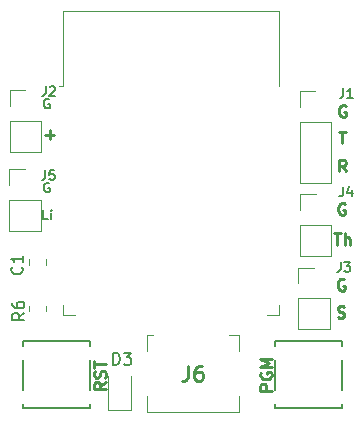
<source format=gto>
G04 #@! TF.GenerationSoftware,KiCad,Pcbnew,6.0.4-6f826c9f35~116~ubuntu20.04.1*
G04 #@! TF.CreationDate,2022-03-23T14:40:53-04:00*
G04 #@! TF.ProjectId,ESP32 Sensing,45535033-3220-4536-956e-73696e672e6b,rev?*
G04 #@! TF.SameCoordinates,Original*
G04 #@! TF.FileFunction,Legend,Top*
G04 #@! TF.FilePolarity,Positive*
%FSLAX46Y46*%
G04 Gerber Fmt 4.6, Leading zero omitted, Abs format (unit mm)*
G04 Created by KiCad (PCBNEW 6.0.4-6f826c9f35~116~ubuntu20.04.1) date 2022-03-23 14:40:53*
%MOMM*%
%LPD*%
G01*
G04 APERTURE LIST*
%ADD10C,0.250000*%
%ADD11C,0.200000*%
%ADD12C,0.150000*%
%ADD13C,0.254000*%
%ADD14C,0.120000*%
%ADD15C,0.152400*%
%ADD16C,0.100000*%
G04 APERTURE END LIST*
D10*
X146377212Y-97892332D02*
X146281974Y-97844712D01*
X146139117Y-97844712D01*
X145996260Y-97892332D01*
X145901022Y-97987570D01*
X145853403Y-98082808D01*
X145805784Y-98273284D01*
X145805784Y-98416141D01*
X145853403Y-98606617D01*
X145901022Y-98701855D01*
X145996260Y-98797093D01*
X146139117Y-98844712D01*
X146234355Y-98844712D01*
X146377212Y-98797093D01*
X146424831Y-98749474D01*
X146424831Y-98416141D01*
X146234355Y-98416141D01*
D11*
X121272115Y-97355129D02*
X121195925Y-97317033D01*
X121081639Y-97317033D01*
X120967353Y-97355129D01*
X120891163Y-97431319D01*
X120853068Y-97507509D01*
X120814972Y-97659890D01*
X120814972Y-97774176D01*
X120853068Y-97926557D01*
X120891163Y-98002748D01*
X120967353Y-98078938D01*
X121081639Y-98117033D01*
X121157830Y-98117033D01*
X121272115Y-98078938D01*
X121310211Y-98040843D01*
X121310211Y-97774176D01*
X121157830Y-97774176D01*
D10*
X120945191Y-100358271D02*
X121707096Y-100358271D01*
X121326144Y-100739223D02*
X121326144Y-99977319D01*
X140140879Y-122007391D02*
X139140879Y-122007391D01*
X139140879Y-121626438D01*
X139188499Y-121531200D01*
X139236118Y-121483581D01*
X139331356Y-121435962D01*
X139474213Y-121435962D01*
X139569451Y-121483581D01*
X139617070Y-121531200D01*
X139664689Y-121626438D01*
X139664689Y-122007391D01*
X139188499Y-120483581D02*
X139140879Y-120578819D01*
X139140879Y-120721677D01*
X139188499Y-120864534D01*
X139283737Y-120959772D01*
X139378975Y-121007391D01*
X139569451Y-121055010D01*
X139712308Y-121055010D01*
X139902784Y-121007391D01*
X139998022Y-120959772D01*
X140093260Y-120864534D01*
X140140879Y-120721677D01*
X140140879Y-120626438D01*
X140093260Y-120483581D01*
X140045641Y-120435962D01*
X139712308Y-120435962D01*
X139712308Y-120626438D01*
X140140879Y-120007391D02*
X139140879Y-120007391D01*
X139855165Y-119674058D01*
X139140879Y-119340724D01*
X140140879Y-119340724D01*
X145806518Y-100074810D02*
X146377947Y-100074810D01*
X146092233Y-101074810D02*
X146092233Y-100074810D01*
D11*
X121285542Y-104440120D02*
X121209352Y-104402024D01*
X121095066Y-104402024D01*
X120980780Y-104440120D01*
X120904590Y-104516310D01*
X120866495Y-104592500D01*
X120828399Y-104744881D01*
X120828399Y-104859167D01*
X120866495Y-105011548D01*
X120904590Y-105087739D01*
X120980780Y-105163929D01*
X121095066Y-105202024D01*
X121171257Y-105202024D01*
X121285542Y-105163929D01*
X121323638Y-105125834D01*
X121323638Y-104859167D01*
X121171257Y-104859167D01*
D10*
X145396953Y-108687571D02*
X145968382Y-108687571D01*
X145682668Y-109687571D02*
X145682668Y-108687571D01*
X146301715Y-109687571D02*
X146301715Y-108687571D01*
X146730287Y-109687571D02*
X146730287Y-109163762D01*
X146682668Y-109068524D01*
X146587429Y-109020905D01*
X146444572Y-109020905D01*
X146349334Y-109068524D01*
X146301715Y-109116143D01*
X126085880Y-121290330D02*
X125609690Y-121623663D01*
X126085880Y-121861758D02*
X125085880Y-121861758D01*
X125085880Y-121480806D01*
X125133500Y-121385568D01*
X125181119Y-121337949D01*
X125276357Y-121290330D01*
X125419214Y-121290330D01*
X125514452Y-121337949D01*
X125562071Y-121385568D01*
X125609690Y-121480806D01*
X125609690Y-121861758D01*
X126038261Y-120909377D02*
X126085880Y-120766520D01*
X126085880Y-120528425D01*
X126038261Y-120433187D01*
X125990642Y-120385568D01*
X125895404Y-120337949D01*
X125800166Y-120337949D01*
X125704928Y-120385568D01*
X125657309Y-120433187D01*
X125609690Y-120528425D01*
X125562071Y-120718901D01*
X125514452Y-120814139D01*
X125466833Y-120861758D01*
X125371595Y-120909377D01*
X125276357Y-120909377D01*
X125181119Y-120861758D01*
X125133500Y-120814139D01*
X125085880Y-120718901D01*
X125085880Y-120480806D01*
X125133500Y-120337949D01*
X125085880Y-120052234D02*
X125085880Y-119480806D01*
X126085880Y-119766520D02*
X125085880Y-119766520D01*
D11*
X121176127Y-107512614D02*
X120795175Y-107512614D01*
X120795175Y-106712614D01*
X121442794Y-107512614D02*
X121442794Y-106979281D01*
X121442794Y-106712614D02*
X121404699Y-106750710D01*
X121442794Y-106788805D01*
X121480889Y-106750710D01*
X121442794Y-106712614D01*
X121442794Y-106788805D01*
D10*
X146313415Y-106180000D02*
X146218177Y-106132380D01*
X146075320Y-106132380D01*
X145932463Y-106180000D01*
X145837225Y-106275238D01*
X145789606Y-106370476D01*
X145741987Y-106560952D01*
X145741987Y-106703809D01*
X145789606Y-106894285D01*
X145837225Y-106989523D01*
X145932463Y-107084761D01*
X146075320Y-107132380D01*
X146170558Y-107132380D01*
X146313415Y-107084761D01*
X146361034Y-107037142D01*
X146361034Y-106703809D01*
X146170558Y-106703809D01*
X146401756Y-103445147D02*
X146068423Y-102968957D01*
X145830328Y-103445147D02*
X145830328Y-102445147D01*
X146211280Y-102445147D01*
X146306518Y-102492767D01*
X146354137Y-102540386D01*
X146401756Y-102635624D01*
X146401756Y-102778481D01*
X146354137Y-102873719D01*
X146306518Y-102921338D01*
X146211280Y-102968957D01*
X145830328Y-102968957D01*
X145705817Y-115792991D02*
X145848674Y-115840610D01*
X146086770Y-115840610D01*
X146182008Y-115792991D01*
X146229627Y-115745372D01*
X146277246Y-115650134D01*
X146277246Y-115554896D01*
X146229627Y-115459658D01*
X146182008Y-115412039D01*
X146086770Y-115364420D01*
X145896293Y-115316801D01*
X145801055Y-115269182D01*
X145753436Y-115221563D01*
X145705817Y-115126325D01*
X145705817Y-115031087D01*
X145753436Y-114935849D01*
X145801055Y-114888230D01*
X145896293Y-114840610D01*
X146134389Y-114840610D01*
X146277246Y-114888230D01*
X146283707Y-112584667D02*
X146188469Y-112537047D01*
X146045612Y-112537047D01*
X145902755Y-112584667D01*
X145807517Y-112679905D01*
X145759898Y-112775143D01*
X145712279Y-112965619D01*
X145712279Y-113108476D01*
X145759898Y-113298952D01*
X145807517Y-113394190D01*
X145902755Y-113489428D01*
X146045612Y-113537047D01*
X146140850Y-113537047D01*
X146283707Y-113489428D01*
X146331326Y-113441809D01*
X146331326Y-113108476D01*
X146140850Y-113108476D01*
D12*
X120962803Y-103355105D02*
X120962803Y-103926534D01*
X120924708Y-104040820D01*
X120848517Y-104117010D01*
X120734231Y-104155105D01*
X120658041Y-104155105D01*
X121724708Y-103355105D02*
X121343755Y-103355105D01*
X121305660Y-103736058D01*
X121343755Y-103697962D01*
X121419946Y-103659867D01*
X121610422Y-103659867D01*
X121686612Y-103697962D01*
X121724708Y-103736058D01*
X121762803Y-103812248D01*
X121762803Y-104002724D01*
X121724708Y-104078915D01*
X121686612Y-104117010D01*
X121610422Y-104155105D01*
X121419946Y-104155105D01*
X121343755Y-104117010D01*
X121305660Y-104078915D01*
X145965103Y-111123031D02*
X145965103Y-111694460D01*
X145927008Y-111808746D01*
X145850817Y-111884936D01*
X145736531Y-111923031D01*
X145660341Y-111923031D01*
X146269865Y-111123031D02*
X146765103Y-111123031D01*
X146498436Y-111427793D01*
X146612722Y-111427793D01*
X146688912Y-111465888D01*
X146727008Y-111503984D01*
X146765103Y-111580174D01*
X146765103Y-111770650D01*
X146727008Y-111846841D01*
X146688912Y-111884936D01*
X146612722Y-111923031D01*
X146384150Y-111923031D01*
X146307960Y-111884936D01*
X146269865Y-111846841D01*
X146185565Y-96412208D02*
X146185565Y-96983637D01*
X146147470Y-97097923D01*
X146071279Y-97174113D01*
X145956993Y-97212208D01*
X145880803Y-97212208D01*
X146985565Y-97212208D02*
X146528422Y-97212208D01*
X146756993Y-97212208D02*
X146756993Y-96412208D01*
X146680803Y-96526494D01*
X146604612Y-96602684D01*
X146528422Y-96640780D01*
X120994798Y-96239807D02*
X120994798Y-96811236D01*
X120956703Y-96925522D01*
X120880512Y-97001712D01*
X120766226Y-97039807D01*
X120690036Y-97039807D01*
X121337655Y-96315998D02*
X121375750Y-96277903D01*
X121451941Y-96239807D01*
X121642417Y-96239807D01*
X121718607Y-96277903D01*
X121756703Y-96315998D01*
X121794798Y-96392188D01*
X121794798Y-96468379D01*
X121756703Y-96582664D01*
X121299560Y-97039807D01*
X121794798Y-97039807D01*
X146163975Y-104759108D02*
X146163975Y-105330537D01*
X146125880Y-105444823D01*
X146049689Y-105521013D01*
X145935403Y-105559108D01*
X145859213Y-105559108D01*
X146887784Y-105025775D02*
X146887784Y-105559108D01*
X146697308Y-104721013D02*
X146506832Y-105292442D01*
X147002070Y-105292442D01*
X119166192Y-115428862D02*
X118690002Y-115762196D01*
X119166192Y-116000291D02*
X118166192Y-116000291D01*
X118166192Y-115619338D01*
X118213812Y-115524100D01*
X118261431Y-115476481D01*
X118356669Y-115428862D01*
X118499526Y-115428862D01*
X118594764Y-115476481D01*
X118642383Y-115524100D01*
X118690002Y-115619338D01*
X118690002Y-116000291D01*
X118166192Y-114571719D02*
X118166192Y-114762196D01*
X118213812Y-114857434D01*
X118261431Y-114905053D01*
X118404288Y-115000291D01*
X118594764Y-115047910D01*
X118975716Y-115047910D01*
X119070954Y-115000291D01*
X119118573Y-114952672D01*
X119166192Y-114857434D01*
X119166192Y-114666957D01*
X119118573Y-114571719D01*
X119070954Y-114524100D01*
X118975716Y-114476481D01*
X118737621Y-114476481D01*
X118642383Y-114524100D01*
X118594764Y-114571719D01*
X118547145Y-114666957D01*
X118547145Y-114857434D01*
X118594764Y-114952672D01*
X118642383Y-115000291D01*
X118737621Y-115047910D01*
X126691046Y-119814950D02*
X126691046Y-118814950D01*
X126929142Y-118814950D01*
X127071999Y-118862570D01*
X127167237Y-118957808D01*
X127214856Y-119053046D01*
X127262475Y-119243522D01*
X127262475Y-119386379D01*
X127214856Y-119576855D01*
X127167237Y-119672093D01*
X127071999Y-119767331D01*
X126929142Y-119814950D01*
X126691046Y-119814950D01*
X127595808Y-118814950D02*
X128214856Y-118814950D01*
X127881522Y-119195903D01*
X128024380Y-119195903D01*
X128119618Y-119243522D01*
X128167237Y-119291141D01*
X128214856Y-119386379D01*
X128214856Y-119624474D01*
X128167237Y-119719712D01*
X128119618Y-119767331D01*
X128024380Y-119814950D01*
X127738665Y-119814950D01*
X127643427Y-119767331D01*
X127595808Y-119719712D01*
D13*
X133037534Y-119907157D02*
X133037534Y-120814300D01*
X132977058Y-120995729D01*
X132856106Y-121116681D01*
X132674677Y-121177157D01*
X132553725Y-121177157D01*
X134186582Y-119907157D02*
X133944677Y-119907157D01*
X133823725Y-119967634D01*
X133763248Y-120028110D01*
X133642296Y-120209538D01*
X133581820Y-120451443D01*
X133581820Y-120935253D01*
X133642296Y-121056205D01*
X133702772Y-121116681D01*
X133823725Y-121177157D01*
X134065629Y-121177157D01*
X134186582Y-121116681D01*
X134247058Y-121056205D01*
X134307534Y-120935253D01*
X134307534Y-120632872D01*
X134247058Y-120511919D01*
X134186582Y-120451443D01*
X134065629Y-120390967D01*
X133823725Y-120390967D01*
X133702772Y-120451443D01*
X133642296Y-120511919D01*
X133581820Y-120632872D01*
D12*
X118955472Y-111536774D02*
X119003091Y-111584393D01*
X119050710Y-111727250D01*
X119050710Y-111822488D01*
X119003091Y-111965346D01*
X118907853Y-112060584D01*
X118812615Y-112108203D01*
X118622139Y-112155822D01*
X118479282Y-112155822D01*
X118288806Y-112108203D01*
X118193568Y-112060584D01*
X118098330Y-111965346D01*
X118050710Y-111822488D01*
X118050710Y-111727250D01*
X118098330Y-111584393D01*
X118145949Y-111536774D01*
X119050710Y-110584393D02*
X119050710Y-111155822D01*
X119050710Y-110870108D02*
X118050710Y-110870108D01*
X118193568Y-110965346D01*
X118288806Y-111060584D01*
X118336425Y-111155822D01*
D14*
X120569515Y-105871318D02*
X120569515Y-108471318D01*
X117909515Y-108471318D02*
X120569515Y-108471318D01*
X117909515Y-103271318D02*
X119239515Y-103271318D01*
X117909515Y-105871318D02*
X117909515Y-108471318D01*
X117909515Y-104601318D02*
X117909515Y-103271318D01*
X117909515Y-105871318D02*
X120569515Y-105871318D01*
X142370520Y-114195392D02*
X145030520Y-114195392D01*
X142370520Y-112925392D02*
X142370520Y-111595392D01*
X142370520Y-111595392D02*
X143700520Y-111595392D01*
X142370520Y-114195392D02*
X142370520Y-116795392D01*
X142370520Y-116795392D02*
X145030520Y-116795392D01*
X145030520Y-114195392D02*
X145030520Y-116795392D01*
D15*
X140432184Y-123138677D02*
X140432184Y-123504437D01*
X146096384Y-117840237D02*
X140432184Y-117840237D01*
X146096384Y-118205997D02*
X146096384Y-117840237D01*
X146096384Y-121914397D02*
X146096384Y-119430277D01*
X140432184Y-119430277D02*
X140432184Y-121914397D01*
X140432184Y-123504437D02*
X146096384Y-123504437D01*
X140432184Y-117840237D02*
X140432184Y-118205997D01*
X146096384Y-123504437D02*
X146096384Y-123138677D01*
D14*
X142487774Y-99252584D02*
X142487774Y-104392584D01*
X145147774Y-99252584D02*
X145147774Y-104392584D01*
X142487774Y-99252584D02*
X145147774Y-99252584D01*
X142487774Y-96652584D02*
X143817774Y-96652584D01*
X142487774Y-104392584D02*
X145147774Y-104392584D01*
X142487774Y-97982584D02*
X142487774Y-96652584D01*
X117946904Y-99195948D02*
X120606904Y-99195948D01*
X120606904Y-99195948D02*
X120606904Y-101795948D01*
X117946904Y-99195948D02*
X117946904Y-101795948D01*
X117946904Y-97925948D02*
X117946904Y-96595948D01*
X117946904Y-96595948D02*
X119276904Y-96595948D01*
X117946904Y-101795948D02*
X120606904Y-101795948D01*
X122485480Y-89832839D02*
X122485480Y-96252839D01*
X122485480Y-96252839D02*
X122105480Y-96252839D01*
X122485480Y-89832839D02*
X140725480Y-89832839D01*
X140725480Y-89832839D02*
X140725480Y-96252839D01*
X140725480Y-114797839D02*
X140725480Y-115577839D01*
X122485480Y-115577839D02*
X123485480Y-115577839D01*
X122485480Y-114797839D02*
X122485480Y-115577839D01*
X140725480Y-115577839D02*
X139725480Y-115577839D01*
X142522139Y-110584365D02*
X145182139Y-110584365D01*
X142522139Y-105384365D02*
X143852139Y-105384365D01*
X145182139Y-107984365D02*
X145182139Y-110584365D01*
X142522139Y-107984365D02*
X145182139Y-107984365D01*
X142522139Y-107984365D02*
X142522139Y-110584365D01*
X142522139Y-106714365D02*
X142522139Y-105384365D01*
X119580510Y-114808068D02*
X119580510Y-115262196D01*
X121050510Y-114808068D02*
X121050510Y-115262196D01*
X128201392Y-123623089D02*
X128201392Y-120763089D01*
X126281392Y-120763089D02*
X126281392Y-123623089D01*
X126281392Y-123623089D02*
X128201392Y-123623089D01*
D15*
X124711892Y-118210465D02*
X124711892Y-117844705D01*
X119047692Y-123508905D02*
X124711892Y-123508905D01*
X119047692Y-119434745D02*
X119047692Y-121918865D01*
X119047692Y-123143145D02*
X119047692Y-123508905D01*
X124711892Y-123508905D02*
X124711892Y-123143145D01*
X119047692Y-117844705D02*
X119047692Y-118210465D01*
X124711892Y-121918865D02*
X124711892Y-119434745D01*
X124711892Y-117844705D02*
X119047692Y-117844705D01*
D16*
X136535868Y-117314053D02*
X137360868Y-117314053D01*
X129560868Y-117314053D02*
X129560868Y-118674053D01*
X129560868Y-122484053D02*
X129560868Y-123844053D01*
X130035868Y-117314053D02*
X129560868Y-117314053D01*
X129560868Y-123844053D02*
X137360868Y-123844053D01*
X137360868Y-123844053D02*
X137360868Y-122484053D01*
X137360868Y-117314053D02*
X137360868Y-118674053D01*
D14*
X121033802Y-111370108D02*
X121033802Y-110847604D01*
X119563802Y-111370108D02*
X119563802Y-110847604D01*
M02*

</source>
